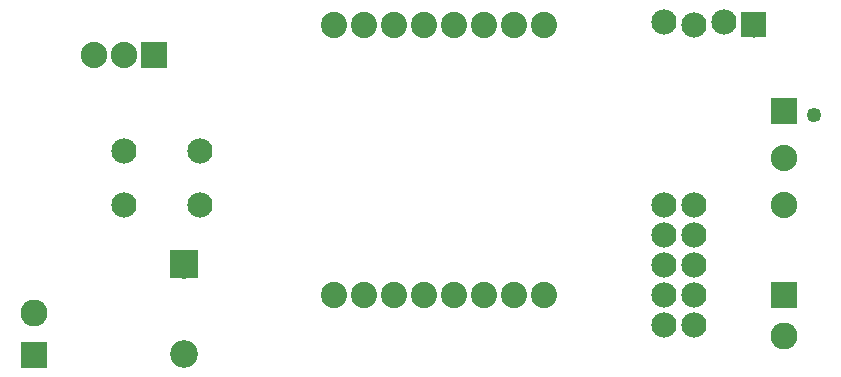
<source format=gbs>
G04 MADE WITH FRITZING*
G04 WWW.FRITZING.ORG*
G04 DOUBLE SIDED*
G04 HOLES PLATED*
G04 CONTOUR ON CENTER OF CONTOUR VECTOR*
%ASAXBY*%
%FSLAX23Y23*%
%MOIN*%
%OFA0B0*%
%SFA1.0B1.0*%
%ADD10C,0.087778*%
%ADD11C,0.090000*%
%ADD12C,0.088000*%
%ADD13C,0.092000*%
%ADD14C,0.084000*%
%ADD15C,0.049370*%
%ADD16R,0.090000X0.090000*%
%ADD17R,0.088000X0.088000*%
%ADD18R,0.092000X0.092000*%
%ADD19R,0.001000X0.001000*%
%LNMASK0*%
G90*
G70*
G54D10*
X1886Y1339D03*
X1786Y1339D03*
X1686Y1339D03*
X1586Y1339D03*
X1486Y1339D03*
X1386Y1339D03*
X1286Y1339D03*
X1186Y1339D03*
X1186Y439D03*
X1286Y439D03*
X1386Y439D03*
X1486Y439D03*
X1586Y439D03*
X1686Y439D03*
X1786Y439D03*
X1886Y439D03*
G54D11*
X186Y239D03*
X186Y377D03*
X2686Y439D03*
X2686Y301D03*
G54D12*
X2686Y1051D03*
X2686Y895D03*
X2686Y739D03*
G54D13*
X686Y539D03*
X686Y241D03*
G54D14*
X2286Y739D03*
X2386Y739D03*
X2286Y639D03*
X2386Y639D03*
X2286Y539D03*
X2386Y539D03*
X2286Y439D03*
X2386Y439D03*
X2286Y339D03*
X2386Y339D03*
X2586Y1339D03*
X2486Y1349D03*
X2386Y1339D03*
X2286Y1349D03*
G54D12*
X586Y1239D03*
X486Y1239D03*
X386Y1239D03*
G54D14*
X486Y917D03*
X742Y917D03*
X486Y739D03*
X742Y739D03*
G54D15*
X2787Y1039D03*
G54D16*
X186Y239D03*
X2686Y439D03*
G54D17*
X2686Y1051D03*
G54D18*
X686Y540D03*
G54D17*
X586Y1239D03*
G54D19*
X2544Y1381D02*
X2627Y1381D01*
X2544Y1380D02*
X2627Y1380D01*
X2544Y1379D02*
X2627Y1379D01*
X2544Y1378D02*
X2627Y1378D01*
X2544Y1377D02*
X2627Y1377D01*
X2544Y1376D02*
X2627Y1376D01*
X2544Y1375D02*
X2627Y1375D01*
X2544Y1374D02*
X2627Y1374D01*
X2544Y1373D02*
X2627Y1373D01*
X2544Y1372D02*
X2627Y1372D01*
X2544Y1371D02*
X2627Y1371D01*
X2544Y1370D02*
X2627Y1370D01*
X2544Y1369D02*
X2627Y1369D01*
X2544Y1368D02*
X2627Y1368D01*
X2544Y1367D02*
X2627Y1367D01*
X2544Y1366D02*
X2627Y1366D01*
X2544Y1365D02*
X2627Y1365D01*
X2544Y1364D02*
X2627Y1364D01*
X2544Y1363D02*
X2627Y1363D01*
X2544Y1362D02*
X2627Y1362D01*
X2544Y1361D02*
X2627Y1361D01*
X2544Y1360D02*
X2627Y1360D01*
X2544Y1359D02*
X2627Y1359D01*
X2544Y1358D02*
X2627Y1358D01*
X2544Y1357D02*
X2627Y1357D01*
X2544Y1356D02*
X2627Y1356D01*
X2544Y1355D02*
X2627Y1355D01*
X2544Y1354D02*
X2581Y1354D01*
X2591Y1354D02*
X2627Y1354D01*
X2544Y1353D02*
X2579Y1353D01*
X2593Y1353D02*
X2627Y1353D01*
X2544Y1352D02*
X2577Y1352D01*
X2595Y1352D02*
X2627Y1352D01*
X2544Y1351D02*
X2576Y1351D01*
X2596Y1351D02*
X2627Y1351D01*
X2544Y1350D02*
X2575Y1350D01*
X2597Y1350D02*
X2627Y1350D01*
X2544Y1349D02*
X2574Y1349D01*
X2598Y1349D02*
X2627Y1349D01*
X2544Y1348D02*
X2573Y1348D01*
X2599Y1348D02*
X2627Y1348D01*
X2544Y1347D02*
X2572Y1347D01*
X2600Y1347D02*
X2627Y1347D01*
X2544Y1346D02*
X2572Y1346D01*
X2600Y1346D02*
X2627Y1346D01*
X2544Y1345D02*
X2571Y1345D01*
X2601Y1345D02*
X2627Y1345D01*
X2544Y1344D02*
X2571Y1344D01*
X2601Y1344D02*
X2627Y1344D01*
X2544Y1343D02*
X2571Y1343D01*
X2601Y1343D02*
X2627Y1343D01*
X2544Y1342D02*
X2571Y1342D01*
X2601Y1342D02*
X2627Y1342D01*
X2544Y1341D02*
X2571Y1341D01*
X2601Y1341D02*
X2627Y1341D01*
X2544Y1340D02*
X2571Y1340D01*
X2601Y1340D02*
X2627Y1340D01*
X2544Y1339D02*
X2571Y1339D01*
X2601Y1339D02*
X2627Y1339D01*
X2544Y1338D02*
X2571Y1338D01*
X2601Y1338D02*
X2627Y1338D01*
X2544Y1337D02*
X2571Y1337D01*
X2601Y1337D02*
X2627Y1337D01*
X2544Y1336D02*
X2571Y1336D01*
X2601Y1336D02*
X2627Y1336D01*
X2544Y1335D02*
X2571Y1335D01*
X2601Y1335D02*
X2627Y1335D01*
X2544Y1334D02*
X2572Y1334D01*
X2600Y1334D02*
X2627Y1334D01*
X2544Y1333D02*
X2572Y1333D01*
X2600Y1333D02*
X2627Y1333D01*
X2544Y1332D02*
X2573Y1332D01*
X2599Y1332D02*
X2627Y1332D01*
X2544Y1331D02*
X2573Y1331D01*
X2599Y1331D02*
X2627Y1331D01*
X2544Y1330D02*
X2574Y1330D01*
X2598Y1330D02*
X2627Y1330D01*
X2544Y1329D02*
X2575Y1329D01*
X2597Y1329D02*
X2627Y1329D01*
X2544Y1328D02*
X2576Y1328D01*
X2596Y1328D02*
X2627Y1328D01*
X2544Y1327D02*
X2577Y1327D01*
X2594Y1327D02*
X2627Y1327D01*
X2544Y1326D02*
X2579Y1326D01*
X2593Y1326D02*
X2627Y1326D01*
X2544Y1325D02*
X2582Y1325D01*
X2590Y1325D02*
X2627Y1325D01*
X2544Y1324D02*
X2627Y1324D01*
X2544Y1323D02*
X2627Y1323D01*
X2544Y1322D02*
X2627Y1322D01*
X2544Y1321D02*
X2627Y1321D01*
X2544Y1320D02*
X2627Y1320D01*
X2544Y1319D02*
X2627Y1319D01*
X2544Y1318D02*
X2627Y1318D01*
X2544Y1317D02*
X2627Y1317D01*
X2544Y1316D02*
X2627Y1316D01*
X2544Y1315D02*
X2627Y1315D01*
X2544Y1314D02*
X2627Y1314D01*
X2544Y1313D02*
X2627Y1313D01*
X2544Y1312D02*
X2627Y1312D01*
X2544Y1311D02*
X2627Y1311D01*
X2544Y1310D02*
X2627Y1310D01*
X2544Y1309D02*
X2627Y1309D01*
X2544Y1308D02*
X2627Y1308D01*
X2544Y1307D02*
X2627Y1307D01*
X2544Y1306D02*
X2627Y1306D01*
X2544Y1305D02*
X2627Y1305D01*
X2544Y1304D02*
X2627Y1304D01*
X2544Y1303D02*
X2627Y1303D01*
X2544Y1302D02*
X2627Y1302D01*
X2544Y1301D02*
X2627Y1301D01*
X2544Y1300D02*
X2627Y1300D01*
X2544Y1299D02*
X2627Y1299D01*
X2545Y1298D02*
X2627Y1298D01*
D02*
G04 End of Mask0*
M02*
</source>
